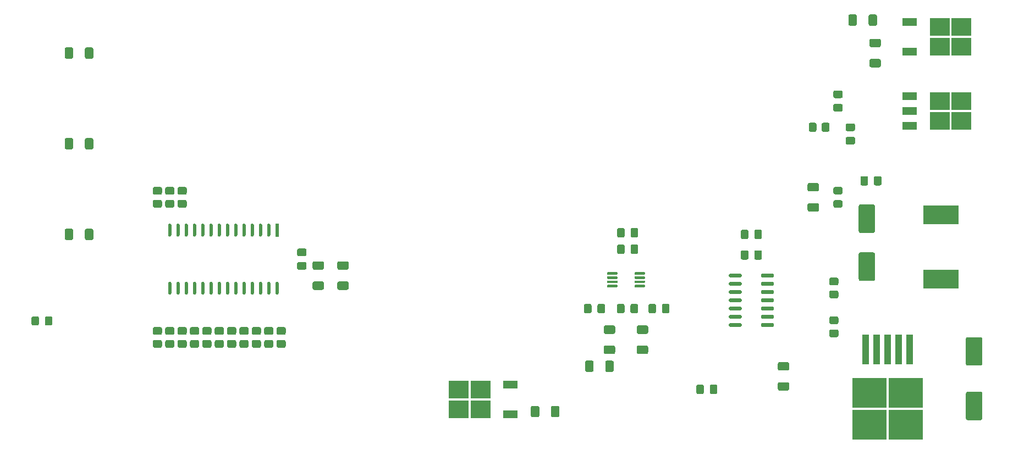
<source format=gbr>
%TF.GenerationSoftware,KiCad,Pcbnew,(5.1.9)-1*%
%TF.CreationDate,2021-09-19T13:18:54-04:00*%
%TF.ProjectId,Control Board,436f6e74-726f-46c2-9042-6f6172642e6b,rev?*%
%TF.SameCoordinates,Original*%
%TF.FileFunction,Paste,Top*%
%TF.FilePolarity,Positive*%
%FSLAX46Y46*%
G04 Gerber Fmt 4.6, Leading zero omitted, Abs format (unit mm)*
G04 Created by KiCad (PCBNEW (5.1.9)-1) date 2021-09-19 13:18:54*
%MOMM*%
%LPD*%
G01*
G04 APERTURE LIST*
%ADD10R,5.250000X4.550000*%
%ADD11R,1.100000X4.600000*%
%ADD12R,5.400000X2.900000*%
%ADD13R,3.050000X2.750000*%
%ADD14R,2.200000X1.200000*%
%ADD15R,0.541585X2.002791*%
G04 APERTURE END LIST*
D10*
%TO.C,U5*%
X201695000Y-105090000D03*
X207245000Y-109940000D03*
X207245000Y-105090000D03*
X201695000Y-109940000D03*
D11*
X201070000Y-98365000D03*
X202770000Y-98365000D03*
X204470000Y-98365000D03*
X206170000Y-98365000D03*
X207870000Y-98365000D03*
%TD*%
%TO.C,R32*%
G36*
G01*
X195764999Y-89300000D02*
X196665001Y-89300000D01*
G75*
G02*
X196915000Y-89549999I0J-249999D01*
G01*
X196915000Y-90250001D01*
G75*
G02*
X196665001Y-90500000I-249999J0D01*
G01*
X195764999Y-90500000D01*
G75*
G02*
X195515000Y-90250001I0J249999D01*
G01*
X195515000Y-89549999D01*
G75*
G02*
X195764999Y-89300000I249999J0D01*
G01*
G37*
G36*
G01*
X195764999Y-87300000D02*
X196665001Y-87300000D01*
G75*
G02*
X196915000Y-87549999I0J-249999D01*
G01*
X196915000Y-88250001D01*
G75*
G02*
X196665001Y-88500000I-249999J0D01*
G01*
X195764999Y-88500000D01*
G75*
G02*
X195515000Y-88250001I0J249999D01*
G01*
X195515000Y-87549999D01*
G75*
G02*
X195764999Y-87300000I249999J0D01*
G01*
G37*
%TD*%
%TO.C,R31*%
G36*
G01*
X195764999Y-95285000D02*
X196665001Y-95285000D01*
G75*
G02*
X196915000Y-95534999I0J-249999D01*
G01*
X196915000Y-96235001D01*
G75*
G02*
X196665001Y-96485000I-249999J0D01*
G01*
X195764999Y-96485000D01*
G75*
G02*
X195515000Y-96235001I0J249999D01*
G01*
X195515000Y-95534999D01*
G75*
G02*
X195764999Y-95285000I249999J0D01*
G01*
G37*
G36*
G01*
X195764999Y-93285000D02*
X196665001Y-93285000D01*
G75*
G02*
X196915000Y-93534999I0J-249999D01*
G01*
X196915000Y-94235001D01*
G75*
G02*
X196665001Y-94485000I-249999J0D01*
G01*
X195764999Y-94485000D01*
G75*
G02*
X195515000Y-94235001I0J249999D01*
G01*
X195515000Y-93534999D01*
G75*
G02*
X195764999Y-93285000I249999J0D01*
G01*
G37*
%TD*%
D12*
%TO.C,L1*%
X212725000Y-77600000D03*
X212725000Y-87500000D03*
%TD*%
%TO.C,C15*%
G36*
G01*
X202380000Y-72865000D02*
X202380000Y-71915000D01*
G75*
G02*
X202630000Y-71665000I250000J0D01*
G01*
X203305000Y-71665000D01*
G75*
G02*
X203555000Y-71915000I0J-250000D01*
G01*
X203555000Y-72865000D01*
G75*
G02*
X203305000Y-73115000I-250000J0D01*
G01*
X202630000Y-73115000D01*
G75*
G02*
X202380000Y-72865000I0J250000D01*
G01*
G37*
G36*
G01*
X200305000Y-72865000D02*
X200305000Y-71915000D01*
G75*
G02*
X200555000Y-71665000I250000J0D01*
G01*
X201230000Y-71665000D01*
G75*
G02*
X201480000Y-71915000I0J-250000D01*
G01*
X201480000Y-72865000D01*
G75*
G02*
X201230000Y-73115000I-250000J0D01*
G01*
X200555000Y-73115000D01*
G75*
G02*
X200305000Y-72865000I0J250000D01*
G01*
G37*
%TD*%
%TO.C,C14*%
G36*
G01*
X200295000Y-83415000D02*
X202295000Y-83415000D01*
G75*
G02*
X202545000Y-83665000I0J-250000D01*
G01*
X202545000Y-87565000D01*
G75*
G02*
X202295000Y-87815000I-250000J0D01*
G01*
X200295000Y-87815000D01*
G75*
G02*
X200045000Y-87565000I0J250000D01*
G01*
X200045000Y-83665000D01*
G75*
G02*
X200295000Y-83415000I250000J0D01*
G01*
G37*
G36*
G01*
X200295000Y-76015000D02*
X202295000Y-76015000D01*
G75*
G02*
X202545000Y-76265000I0J-250000D01*
G01*
X202545000Y-80165000D01*
G75*
G02*
X202295000Y-80415000I-250000J0D01*
G01*
X200295000Y-80415000D01*
G75*
G02*
X200045000Y-80165000I0J250000D01*
G01*
X200045000Y-76265000D01*
G75*
G02*
X200295000Y-76015000I250000J0D01*
G01*
G37*
%TD*%
%TO.C,C13*%
G36*
G01*
X216805000Y-104870000D02*
X218805000Y-104870000D01*
G75*
G02*
X219055000Y-105120000I0J-250000D01*
G01*
X219055000Y-109020000D01*
G75*
G02*
X218805000Y-109270000I-250000J0D01*
G01*
X216805000Y-109270000D01*
G75*
G02*
X216555000Y-109020000I0J250000D01*
G01*
X216555000Y-105120000D01*
G75*
G02*
X216805000Y-104870000I250000J0D01*
G01*
G37*
G36*
G01*
X216805000Y-96470000D02*
X218805000Y-96470000D01*
G75*
G02*
X219055000Y-96720000I0J-250000D01*
G01*
X219055000Y-100620000D01*
G75*
G02*
X218805000Y-100870000I-250000J0D01*
G01*
X216805000Y-100870000D01*
G75*
G02*
X216555000Y-100620000I0J250000D01*
G01*
X216555000Y-96720000D01*
G75*
G02*
X216805000Y-96470000I250000J0D01*
G01*
G37*
%TD*%
%TO.C,R34*%
G36*
G01*
X201940000Y-53605000D02*
X203190000Y-53605000D01*
G75*
G02*
X203440000Y-53855000I0J-250000D01*
G01*
X203440000Y-54655000D01*
G75*
G02*
X203190000Y-54905000I-250000J0D01*
G01*
X201940000Y-54905000D01*
G75*
G02*
X201690000Y-54655000I0J250000D01*
G01*
X201690000Y-53855000D01*
G75*
G02*
X201940000Y-53605000I250000J0D01*
G01*
G37*
G36*
G01*
X201940000Y-50505000D02*
X203190000Y-50505000D01*
G75*
G02*
X203440000Y-50755000I0J-250000D01*
G01*
X203440000Y-51555000D01*
G75*
G02*
X203190000Y-51805000I-250000J0D01*
G01*
X201940000Y-51805000D01*
G75*
G02*
X201690000Y-51555000I0J250000D01*
G01*
X201690000Y-50755000D01*
G75*
G02*
X201940000Y-50505000I250000J0D01*
G01*
G37*
%TD*%
%TO.C,R33*%
G36*
G01*
X152665000Y-108575000D02*
X152665000Y-107325000D01*
G75*
G02*
X152915000Y-107075000I250000J0D01*
G01*
X153715000Y-107075000D01*
G75*
G02*
X153965000Y-107325000I0J-250000D01*
G01*
X153965000Y-108575000D01*
G75*
G02*
X153715000Y-108825000I-250000J0D01*
G01*
X152915000Y-108825000D01*
G75*
G02*
X152665000Y-108575000I0J250000D01*
G01*
G37*
G36*
G01*
X149565000Y-108575000D02*
X149565000Y-107325000D01*
G75*
G02*
X149815000Y-107075000I250000J0D01*
G01*
X150615000Y-107075000D01*
G75*
G02*
X150865000Y-107325000I0J-250000D01*
G01*
X150865000Y-108575000D01*
G75*
G02*
X150615000Y-108825000I-250000J0D01*
G01*
X149815000Y-108825000D01*
G75*
G02*
X149565000Y-108575000I0J250000D01*
G01*
G37*
%TD*%
D13*
%TO.C,Q2*%
X141815000Y-104520000D03*
X138465000Y-107570000D03*
X141815000Y-107570000D03*
X138465000Y-104520000D03*
D14*
X146440000Y-103765000D03*
X146440000Y-108325000D03*
%TD*%
%TO.C,U1*%
G36*
G01*
X185015000Y-87145000D02*
X185015000Y-86845000D01*
G75*
G02*
X185165000Y-86695000I150000J0D01*
G01*
X186815000Y-86695000D01*
G75*
G02*
X186965000Y-86845000I0J-150000D01*
G01*
X186965000Y-87145000D01*
G75*
G02*
X186815000Y-87295000I-150000J0D01*
G01*
X185165000Y-87295000D01*
G75*
G02*
X185015000Y-87145000I0J150000D01*
G01*
G37*
G36*
G01*
X185015000Y-88415000D02*
X185015000Y-88115000D01*
G75*
G02*
X185165000Y-87965000I150000J0D01*
G01*
X186815000Y-87965000D01*
G75*
G02*
X186965000Y-88115000I0J-150000D01*
G01*
X186965000Y-88415000D01*
G75*
G02*
X186815000Y-88565000I-150000J0D01*
G01*
X185165000Y-88565000D01*
G75*
G02*
X185015000Y-88415000I0J150000D01*
G01*
G37*
G36*
G01*
X185015000Y-89685000D02*
X185015000Y-89385000D01*
G75*
G02*
X185165000Y-89235000I150000J0D01*
G01*
X186815000Y-89235000D01*
G75*
G02*
X186965000Y-89385000I0J-150000D01*
G01*
X186965000Y-89685000D01*
G75*
G02*
X186815000Y-89835000I-150000J0D01*
G01*
X185165000Y-89835000D01*
G75*
G02*
X185015000Y-89685000I0J150000D01*
G01*
G37*
G36*
G01*
X185015000Y-90955000D02*
X185015000Y-90655000D01*
G75*
G02*
X185165000Y-90505000I150000J0D01*
G01*
X186815000Y-90505000D01*
G75*
G02*
X186965000Y-90655000I0J-150000D01*
G01*
X186965000Y-90955000D01*
G75*
G02*
X186815000Y-91105000I-150000J0D01*
G01*
X185165000Y-91105000D01*
G75*
G02*
X185015000Y-90955000I0J150000D01*
G01*
G37*
G36*
G01*
X185015000Y-92225000D02*
X185015000Y-91925000D01*
G75*
G02*
X185165000Y-91775000I150000J0D01*
G01*
X186815000Y-91775000D01*
G75*
G02*
X186965000Y-91925000I0J-150000D01*
G01*
X186965000Y-92225000D01*
G75*
G02*
X186815000Y-92375000I-150000J0D01*
G01*
X185165000Y-92375000D01*
G75*
G02*
X185015000Y-92225000I0J150000D01*
G01*
G37*
G36*
G01*
X185015000Y-93495000D02*
X185015000Y-93195000D01*
G75*
G02*
X185165000Y-93045000I150000J0D01*
G01*
X186815000Y-93045000D01*
G75*
G02*
X186965000Y-93195000I0J-150000D01*
G01*
X186965000Y-93495000D01*
G75*
G02*
X186815000Y-93645000I-150000J0D01*
G01*
X185165000Y-93645000D01*
G75*
G02*
X185015000Y-93495000I0J150000D01*
G01*
G37*
G36*
G01*
X185015000Y-94765000D02*
X185015000Y-94465000D01*
G75*
G02*
X185165000Y-94315000I150000J0D01*
G01*
X186815000Y-94315000D01*
G75*
G02*
X186965000Y-94465000I0J-150000D01*
G01*
X186965000Y-94765000D01*
G75*
G02*
X186815000Y-94915000I-150000J0D01*
G01*
X185165000Y-94915000D01*
G75*
G02*
X185015000Y-94765000I0J150000D01*
G01*
G37*
G36*
G01*
X180065000Y-94765000D02*
X180065000Y-94465000D01*
G75*
G02*
X180215000Y-94315000I150000J0D01*
G01*
X181865000Y-94315000D01*
G75*
G02*
X182015000Y-94465000I0J-150000D01*
G01*
X182015000Y-94765000D01*
G75*
G02*
X181865000Y-94915000I-150000J0D01*
G01*
X180215000Y-94915000D01*
G75*
G02*
X180065000Y-94765000I0J150000D01*
G01*
G37*
G36*
G01*
X180065000Y-93495000D02*
X180065000Y-93195000D01*
G75*
G02*
X180215000Y-93045000I150000J0D01*
G01*
X181865000Y-93045000D01*
G75*
G02*
X182015000Y-93195000I0J-150000D01*
G01*
X182015000Y-93495000D01*
G75*
G02*
X181865000Y-93645000I-150000J0D01*
G01*
X180215000Y-93645000D01*
G75*
G02*
X180065000Y-93495000I0J150000D01*
G01*
G37*
G36*
G01*
X180065000Y-92225000D02*
X180065000Y-91925000D01*
G75*
G02*
X180215000Y-91775000I150000J0D01*
G01*
X181865000Y-91775000D01*
G75*
G02*
X182015000Y-91925000I0J-150000D01*
G01*
X182015000Y-92225000D01*
G75*
G02*
X181865000Y-92375000I-150000J0D01*
G01*
X180215000Y-92375000D01*
G75*
G02*
X180065000Y-92225000I0J150000D01*
G01*
G37*
G36*
G01*
X180065000Y-90955000D02*
X180065000Y-90655000D01*
G75*
G02*
X180215000Y-90505000I150000J0D01*
G01*
X181865000Y-90505000D01*
G75*
G02*
X182015000Y-90655000I0J-150000D01*
G01*
X182015000Y-90955000D01*
G75*
G02*
X181865000Y-91105000I-150000J0D01*
G01*
X180215000Y-91105000D01*
G75*
G02*
X180065000Y-90955000I0J150000D01*
G01*
G37*
G36*
G01*
X180065000Y-89685000D02*
X180065000Y-89385000D01*
G75*
G02*
X180215000Y-89235000I150000J0D01*
G01*
X181865000Y-89235000D01*
G75*
G02*
X182015000Y-89385000I0J-150000D01*
G01*
X182015000Y-89685000D01*
G75*
G02*
X181865000Y-89835000I-150000J0D01*
G01*
X180215000Y-89835000D01*
G75*
G02*
X180065000Y-89685000I0J150000D01*
G01*
G37*
G36*
G01*
X180065000Y-88415000D02*
X180065000Y-88115000D01*
G75*
G02*
X180215000Y-87965000I150000J0D01*
G01*
X181865000Y-87965000D01*
G75*
G02*
X182015000Y-88115000I0J-150000D01*
G01*
X182015000Y-88415000D01*
G75*
G02*
X181865000Y-88565000I-150000J0D01*
G01*
X180215000Y-88565000D01*
G75*
G02*
X180065000Y-88415000I0J150000D01*
G01*
G37*
G36*
G01*
X180065000Y-87145000D02*
X180065000Y-86845000D01*
G75*
G02*
X180215000Y-86695000I150000J0D01*
G01*
X181865000Y-86695000D01*
G75*
G02*
X182015000Y-86845000I0J-150000D01*
G01*
X182015000Y-87145000D01*
G75*
G02*
X181865000Y-87295000I-150000J0D01*
G01*
X180215000Y-87295000D01*
G75*
G02*
X180065000Y-87145000I0J150000D01*
G01*
G37*
%TD*%
D13*
%TO.C,Q1*%
X212515000Y-51690000D03*
X215865000Y-48640000D03*
X212515000Y-48640000D03*
X215865000Y-51690000D03*
D14*
X207890000Y-52445000D03*
X207890000Y-47885000D03*
%TD*%
%TO.C,D3*%
G36*
G01*
X74745000Y-94430001D02*
X74745000Y-93529999D01*
G75*
G02*
X74994999Y-93280000I249999J0D01*
G01*
X75645001Y-93280000D01*
G75*
G02*
X75895000Y-93529999I0J-249999D01*
G01*
X75895000Y-94430001D01*
G75*
G02*
X75645001Y-94680000I-249999J0D01*
G01*
X74994999Y-94680000D01*
G75*
G02*
X74745000Y-94430001I0J249999D01*
G01*
G37*
G36*
G01*
X72695000Y-94430001D02*
X72695000Y-93529999D01*
G75*
G02*
X72944999Y-93280000I249999J0D01*
G01*
X73595001Y-93280000D01*
G75*
G02*
X73845000Y-93529999I0J-249999D01*
G01*
X73845000Y-94430001D01*
G75*
G02*
X73595001Y-94680000I-249999J0D01*
G01*
X72944999Y-94680000D01*
G75*
G02*
X72695000Y-94430001I0J249999D01*
G01*
G37*
%TD*%
%TO.C,R22*%
G36*
G01*
X95434999Y-75330000D02*
X96335001Y-75330000D01*
G75*
G02*
X96585000Y-75579999I0J-249999D01*
G01*
X96585000Y-76280001D01*
G75*
G02*
X96335001Y-76530000I-249999J0D01*
G01*
X95434999Y-76530000D01*
G75*
G02*
X95185000Y-76280001I0J249999D01*
G01*
X95185000Y-75579999D01*
G75*
G02*
X95434999Y-75330000I249999J0D01*
G01*
G37*
G36*
G01*
X95434999Y-73330000D02*
X96335001Y-73330000D01*
G75*
G02*
X96585000Y-73579999I0J-249999D01*
G01*
X96585000Y-74280001D01*
G75*
G02*
X96335001Y-74530000I-249999J0D01*
G01*
X95434999Y-74530000D01*
G75*
G02*
X95185000Y-74280001I0J249999D01*
G01*
X95185000Y-73579999D01*
G75*
G02*
X95434999Y-73330000I249999J0D01*
G01*
G37*
%TD*%
%TO.C,R21*%
G36*
G01*
X93529999Y-75330000D02*
X94430001Y-75330000D01*
G75*
G02*
X94680000Y-75579999I0J-249999D01*
G01*
X94680000Y-76280001D01*
G75*
G02*
X94430001Y-76530000I-249999J0D01*
G01*
X93529999Y-76530000D01*
G75*
G02*
X93280000Y-76280001I0J249999D01*
G01*
X93280000Y-75579999D01*
G75*
G02*
X93529999Y-75330000I249999J0D01*
G01*
G37*
G36*
G01*
X93529999Y-73330000D02*
X94430001Y-73330000D01*
G75*
G02*
X94680000Y-73579999I0J-249999D01*
G01*
X94680000Y-74280001D01*
G75*
G02*
X94430001Y-74530000I-249999J0D01*
G01*
X93529999Y-74530000D01*
G75*
G02*
X93280000Y-74280001I0J249999D01*
G01*
X93280000Y-73579999D01*
G75*
G02*
X93529999Y-73330000I249999J0D01*
G01*
G37*
%TD*%
%TO.C,R20*%
G36*
G01*
X91624999Y-75330000D02*
X92525001Y-75330000D01*
G75*
G02*
X92775000Y-75579999I0J-249999D01*
G01*
X92775000Y-76280001D01*
G75*
G02*
X92525001Y-76530000I-249999J0D01*
G01*
X91624999Y-76530000D01*
G75*
G02*
X91375000Y-76280001I0J249999D01*
G01*
X91375000Y-75579999D01*
G75*
G02*
X91624999Y-75330000I249999J0D01*
G01*
G37*
G36*
G01*
X91624999Y-73330000D02*
X92525001Y-73330000D01*
G75*
G02*
X92775000Y-73579999I0J-249999D01*
G01*
X92775000Y-74280001D01*
G75*
G02*
X92525001Y-74530000I-249999J0D01*
G01*
X91624999Y-74530000D01*
G75*
G02*
X91375000Y-74280001I0J249999D01*
G01*
X91375000Y-73579999D01*
G75*
G02*
X91624999Y-73330000I249999J0D01*
G01*
G37*
%TD*%
%TO.C,R19*%
G36*
G01*
X92525001Y-96120000D02*
X91624999Y-96120000D01*
G75*
G02*
X91375000Y-95870001I0J249999D01*
G01*
X91375000Y-95169999D01*
G75*
G02*
X91624999Y-94920000I249999J0D01*
G01*
X92525001Y-94920000D01*
G75*
G02*
X92775000Y-95169999I0J-249999D01*
G01*
X92775000Y-95870001D01*
G75*
G02*
X92525001Y-96120000I-249999J0D01*
G01*
G37*
G36*
G01*
X92525001Y-98120000D02*
X91624999Y-98120000D01*
G75*
G02*
X91375000Y-97870001I0J249999D01*
G01*
X91375000Y-97169999D01*
G75*
G02*
X91624999Y-96920000I249999J0D01*
G01*
X92525001Y-96920000D01*
G75*
G02*
X92775000Y-97169999I0J-249999D01*
G01*
X92775000Y-97870001D01*
G75*
G02*
X92525001Y-98120000I-249999J0D01*
G01*
G37*
%TD*%
%TO.C,R18*%
G36*
G01*
X94430001Y-96120000D02*
X93529999Y-96120000D01*
G75*
G02*
X93280000Y-95870001I0J249999D01*
G01*
X93280000Y-95169999D01*
G75*
G02*
X93529999Y-94920000I249999J0D01*
G01*
X94430001Y-94920000D01*
G75*
G02*
X94680000Y-95169999I0J-249999D01*
G01*
X94680000Y-95870001D01*
G75*
G02*
X94430001Y-96120000I-249999J0D01*
G01*
G37*
G36*
G01*
X94430001Y-98120000D02*
X93529999Y-98120000D01*
G75*
G02*
X93280000Y-97870001I0J249999D01*
G01*
X93280000Y-97169999D01*
G75*
G02*
X93529999Y-96920000I249999J0D01*
G01*
X94430001Y-96920000D01*
G75*
G02*
X94680000Y-97169999I0J-249999D01*
G01*
X94680000Y-97870001D01*
G75*
G02*
X94430001Y-98120000I-249999J0D01*
G01*
G37*
%TD*%
%TO.C,R17*%
G36*
G01*
X96335001Y-96120000D02*
X95434999Y-96120000D01*
G75*
G02*
X95185000Y-95870001I0J249999D01*
G01*
X95185000Y-95169999D01*
G75*
G02*
X95434999Y-94920000I249999J0D01*
G01*
X96335001Y-94920000D01*
G75*
G02*
X96585000Y-95169999I0J-249999D01*
G01*
X96585000Y-95870001D01*
G75*
G02*
X96335001Y-96120000I-249999J0D01*
G01*
G37*
G36*
G01*
X96335001Y-98120000D02*
X95434999Y-98120000D01*
G75*
G02*
X95185000Y-97870001I0J249999D01*
G01*
X95185000Y-97169999D01*
G75*
G02*
X95434999Y-96920000I249999J0D01*
G01*
X96335001Y-96920000D01*
G75*
G02*
X96585000Y-97169999I0J-249999D01*
G01*
X96585000Y-97870001D01*
G75*
G02*
X96335001Y-98120000I-249999J0D01*
G01*
G37*
%TD*%
%TO.C,R16*%
G36*
G01*
X98240001Y-96120000D02*
X97339999Y-96120000D01*
G75*
G02*
X97090000Y-95870001I0J249999D01*
G01*
X97090000Y-95169999D01*
G75*
G02*
X97339999Y-94920000I249999J0D01*
G01*
X98240001Y-94920000D01*
G75*
G02*
X98490000Y-95169999I0J-249999D01*
G01*
X98490000Y-95870001D01*
G75*
G02*
X98240001Y-96120000I-249999J0D01*
G01*
G37*
G36*
G01*
X98240001Y-98120000D02*
X97339999Y-98120000D01*
G75*
G02*
X97090000Y-97870001I0J249999D01*
G01*
X97090000Y-97169999D01*
G75*
G02*
X97339999Y-96920000I249999J0D01*
G01*
X98240001Y-96920000D01*
G75*
G02*
X98490000Y-97169999I0J-249999D01*
G01*
X98490000Y-97870001D01*
G75*
G02*
X98240001Y-98120000I-249999J0D01*
G01*
G37*
%TD*%
%TO.C,R15*%
G36*
G01*
X100145001Y-96120000D02*
X99244999Y-96120000D01*
G75*
G02*
X98995000Y-95870001I0J249999D01*
G01*
X98995000Y-95169999D01*
G75*
G02*
X99244999Y-94920000I249999J0D01*
G01*
X100145001Y-94920000D01*
G75*
G02*
X100395000Y-95169999I0J-249999D01*
G01*
X100395000Y-95870001D01*
G75*
G02*
X100145001Y-96120000I-249999J0D01*
G01*
G37*
G36*
G01*
X100145001Y-98120000D02*
X99244999Y-98120000D01*
G75*
G02*
X98995000Y-97870001I0J249999D01*
G01*
X98995000Y-97169999D01*
G75*
G02*
X99244999Y-96920000I249999J0D01*
G01*
X100145001Y-96920000D01*
G75*
G02*
X100395000Y-97169999I0J-249999D01*
G01*
X100395000Y-97870001D01*
G75*
G02*
X100145001Y-98120000I-249999J0D01*
G01*
G37*
%TD*%
%TO.C,R14*%
G36*
G01*
X102050001Y-96120000D02*
X101149999Y-96120000D01*
G75*
G02*
X100900000Y-95870001I0J249999D01*
G01*
X100900000Y-95169999D01*
G75*
G02*
X101149999Y-94920000I249999J0D01*
G01*
X102050001Y-94920000D01*
G75*
G02*
X102300000Y-95169999I0J-249999D01*
G01*
X102300000Y-95870001D01*
G75*
G02*
X102050001Y-96120000I-249999J0D01*
G01*
G37*
G36*
G01*
X102050001Y-98120000D02*
X101149999Y-98120000D01*
G75*
G02*
X100900000Y-97870001I0J249999D01*
G01*
X100900000Y-97169999D01*
G75*
G02*
X101149999Y-96920000I249999J0D01*
G01*
X102050001Y-96920000D01*
G75*
G02*
X102300000Y-97169999I0J-249999D01*
G01*
X102300000Y-97870001D01*
G75*
G02*
X102050001Y-98120000I-249999J0D01*
G01*
G37*
%TD*%
%TO.C,R13*%
G36*
G01*
X103955001Y-96120000D02*
X103054999Y-96120000D01*
G75*
G02*
X102805000Y-95870001I0J249999D01*
G01*
X102805000Y-95169999D01*
G75*
G02*
X103054999Y-94920000I249999J0D01*
G01*
X103955001Y-94920000D01*
G75*
G02*
X104205000Y-95169999I0J-249999D01*
G01*
X104205000Y-95870001D01*
G75*
G02*
X103955001Y-96120000I-249999J0D01*
G01*
G37*
G36*
G01*
X103955001Y-98120000D02*
X103054999Y-98120000D01*
G75*
G02*
X102805000Y-97870001I0J249999D01*
G01*
X102805000Y-97169999D01*
G75*
G02*
X103054999Y-96920000I249999J0D01*
G01*
X103955001Y-96920000D01*
G75*
G02*
X104205000Y-97169999I0J-249999D01*
G01*
X104205000Y-97870001D01*
G75*
G02*
X103955001Y-98120000I-249999J0D01*
G01*
G37*
%TD*%
%TO.C,R12*%
G36*
G01*
X105860001Y-96120000D02*
X104959999Y-96120000D01*
G75*
G02*
X104710000Y-95870001I0J249999D01*
G01*
X104710000Y-95169999D01*
G75*
G02*
X104959999Y-94920000I249999J0D01*
G01*
X105860001Y-94920000D01*
G75*
G02*
X106110000Y-95169999I0J-249999D01*
G01*
X106110000Y-95870001D01*
G75*
G02*
X105860001Y-96120000I-249999J0D01*
G01*
G37*
G36*
G01*
X105860001Y-98120000D02*
X104959999Y-98120000D01*
G75*
G02*
X104710000Y-97870001I0J249999D01*
G01*
X104710000Y-97169999D01*
G75*
G02*
X104959999Y-96920000I249999J0D01*
G01*
X105860001Y-96920000D01*
G75*
G02*
X106110000Y-97169999I0J-249999D01*
G01*
X106110000Y-97870001D01*
G75*
G02*
X105860001Y-98120000I-249999J0D01*
G01*
G37*
%TD*%
%TO.C,R11*%
G36*
G01*
X107765001Y-96120000D02*
X106864999Y-96120000D01*
G75*
G02*
X106615000Y-95870001I0J249999D01*
G01*
X106615000Y-95169999D01*
G75*
G02*
X106864999Y-94920000I249999J0D01*
G01*
X107765001Y-94920000D01*
G75*
G02*
X108015000Y-95169999I0J-249999D01*
G01*
X108015000Y-95870001D01*
G75*
G02*
X107765001Y-96120000I-249999J0D01*
G01*
G37*
G36*
G01*
X107765001Y-98120000D02*
X106864999Y-98120000D01*
G75*
G02*
X106615000Y-97870001I0J249999D01*
G01*
X106615000Y-97169999D01*
G75*
G02*
X106864999Y-96920000I249999J0D01*
G01*
X107765001Y-96920000D01*
G75*
G02*
X108015000Y-97169999I0J-249999D01*
G01*
X108015000Y-97870001D01*
G75*
G02*
X107765001Y-98120000I-249999J0D01*
G01*
G37*
%TD*%
%TO.C,R10*%
G36*
G01*
X109670001Y-96120000D02*
X108769999Y-96120000D01*
G75*
G02*
X108520000Y-95870001I0J249999D01*
G01*
X108520000Y-95169999D01*
G75*
G02*
X108769999Y-94920000I249999J0D01*
G01*
X109670001Y-94920000D01*
G75*
G02*
X109920000Y-95169999I0J-249999D01*
G01*
X109920000Y-95870001D01*
G75*
G02*
X109670001Y-96120000I-249999J0D01*
G01*
G37*
G36*
G01*
X109670001Y-98120000D02*
X108769999Y-98120000D01*
G75*
G02*
X108520000Y-97870001I0J249999D01*
G01*
X108520000Y-97169999D01*
G75*
G02*
X108769999Y-96920000I249999J0D01*
G01*
X109670001Y-96920000D01*
G75*
G02*
X109920000Y-97169999I0J-249999D01*
G01*
X109920000Y-97870001D01*
G75*
G02*
X109670001Y-98120000I-249999J0D01*
G01*
G37*
%TD*%
%TO.C,R9*%
G36*
G01*
X111575001Y-96120000D02*
X110674999Y-96120000D01*
G75*
G02*
X110425000Y-95870001I0J249999D01*
G01*
X110425000Y-95169999D01*
G75*
G02*
X110674999Y-94920000I249999J0D01*
G01*
X111575001Y-94920000D01*
G75*
G02*
X111825000Y-95169999I0J-249999D01*
G01*
X111825000Y-95870001D01*
G75*
G02*
X111575001Y-96120000I-249999J0D01*
G01*
G37*
G36*
G01*
X111575001Y-98120000D02*
X110674999Y-98120000D01*
G75*
G02*
X110425000Y-97870001I0J249999D01*
G01*
X110425000Y-97169999D01*
G75*
G02*
X110674999Y-96920000I249999J0D01*
G01*
X111575001Y-96920000D01*
G75*
G02*
X111825000Y-97169999I0J-249999D01*
G01*
X111825000Y-97870001D01*
G75*
G02*
X111575001Y-98120000I-249999J0D01*
G01*
G37*
%TD*%
%TO.C,U4*%
G36*
G01*
X110489999Y-87924098D02*
X110490001Y-87924098D01*
G75*
G02*
X110760792Y-88194889I0J-270791D01*
G01*
X110760792Y-89656097D01*
G75*
G02*
X110490001Y-89926888I-270791J0D01*
G01*
X110489999Y-89926888D01*
G75*
G02*
X110219208Y-89656097I0J270791D01*
G01*
X110219208Y-88194889D01*
G75*
G02*
X110489999Y-87924098I270791J0D01*
G01*
G37*
G36*
G01*
X109219999Y-87924098D02*
X109220001Y-87924098D01*
G75*
G02*
X109490792Y-88194889I0J-270791D01*
G01*
X109490792Y-89656097D01*
G75*
G02*
X109220001Y-89926888I-270791J0D01*
G01*
X109219999Y-89926888D01*
G75*
G02*
X108949208Y-89656097I0J270791D01*
G01*
X108949208Y-88194889D01*
G75*
G02*
X109219999Y-87924098I270791J0D01*
G01*
G37*
G36*
G01*
X107949999Y-87924098D02*
X107950001Y-87924098D01*
G75*
G02*
X108220792Y-88194889I0J-270791D01*
G01*
X108220792Y-89656097D01*
G75*
G02*
X107950001Y-89926888I-270791J0D01*
G01*
X107949999Y-89926888D01*
G75*
G02*
X107679208Y-89656097I0J270791D01*
G01*
X107679208Y-88194889D01*
G75*
G02*
X107949999Y-87924098I270791J0D01*
G01*
G37*
G36*
G01*
X106679999Y-87924098D02*
X106680001Y-87924098D01*
G75*
G02*
X106950792Y-88194889I0J-270791D01*
G01*
X106950792Y-89656097D01*
G75*
G02*
X106680001Y-89926888I-270791J0D01*
G01*
X106679999Y-89926888D01*
G75*
G02*
X106409208Y-89656097I0J270791D01*
G01*
X106409208Y-88194889D01*
G75*
G02*
X106679999Y-87924098I270791J0D01*
G01*
G37*
G36*
G01*
X105409999Y-87924098D02*
X105410001Y-87924098D01*
G75*
G02*
X105680792Y-88194889I0J-270791D01*
G01*
X105680792Y-89656097D01*
G75*
G02*
X105410001Y-89926888I-270791J0D01*
G01*
X105409999Y-89926888D01*
G75*
G02*
X105139208Y-89656097I0J270791D01*
G01*
X105139208Y-88194889D01*
G75*
G02*
X105409999Y-87924098I270791J0D01*
G01*
G37*
G36*
G01*
X104139999Y-87924098D02*
X104140001Y-87924098D01*
G75*
G02*
X104410792Y-88194889I0J-270791D01*
G01*
X104410792Y-89656097D01*
G75*
G02*
X104140001Y-89926888I-270791J0D01*
G01*
X104139999Y-89926888D01*
G75*
G02*
X103869208Y-89656097I0J270791D01*
G01*
X103869208Y-88194889D01*
G75*
G02*
X104139999Y-87924098I270791J0D01*
G01*
G37*
G36*
G01*
X102869999Y-87924098D02*
X102870001Y-87924098D01*
G75*
G02*
X103140792Y-88194889I0J-270791D01*
G01*
X103140792Y-89656097D01*
G75*
G02*
X102870001Y-89926888I-270791J0D01*
G01*
X102869999Y-89926888D01*
G75*
G02*
X102599208Y-89656097I0J270791D01*
G01*
X102599208Y-88194889D01*
G75*
G02*
X102869999Y-87924098I270791J0D01*
G01*
G37*
G36*
G01*
X101599998Y-87924098D02*
X101600000Y-87924098D01*
G75*
G02*
X101870791Y-88194889I0J-270791D01*
G01*
X101870791Y-89656097D01*
G75*
G02*
X101600000Y-89926888I-270791J0D01*
G01*
X101599998Y-89926888D01*
G75*
G02*
X101329207Y-89656097I0J270791D01*
G01*
X101329207Y-88194889D01*
G75*
G02*
X101599998Y-87924098I270791J0D01*
G01*
G37*
G36*
G01*
X100329998Y-87924098D02*
X100330000Y-87924098D01*
G75*
G02*
X100600791Y-88194889I0J-270791D01*
G01*
X100600791Y-89656097D01*
G75*
G02*
X100330000Y-89926888I-270791J0D01*
G01*
X100329998Y-89926888D01*
G75*
G02*
X100059207Y-89656097I0J270791D01*
G01*
X100059207Y-88194889D01*
G75*
G02*
X100329998Y-87924098I270791J0D01*
G01*
G37*
G36*
G01*
X99059998Y-87924098D02*
X99060000Y-87924098D01*
G75*
G02*
X99330791Y-88194889I0J-270791D01*
G01*
X99330791Y-89656097D01*
G75*
G02*
X99060000Y-89926888I-270791J0D01*
G01*
X99059998Y-89926888D01*
G75*
G02*
X98789207Y-89656097I0J270791D01*
G01*
X98789207Y-88194889D01*
G75*
G02*
X99059998Y-87924098I270791J0D01*
G01*
G37*
G36*
G01*
X97789998Y-87924098D02*
X97790000Y-87924098D01*
G75*
G02*
X98060791Y-88194889I0J-270791D01*
G01*
X98060791Y-89656097D01*
G75*
G02*
X97790000Y-89926888I-270791J0D01*
G01*
X97789998Y-89926888D01*
G75*
G02*
X97519207Y-89656097I0J270791D01*
G01*
X97519207Y-88194889D01*
G75*
G02*
X97789998Y-87924098I270791J0D01*
G01*
G37*
G36*
G01*
X96519998Y-87924098D02*
X96520000Y-87924098D01*
G75*
G02*
X96790791Y-88194889I0J-270791D01*
G01*
X96790791Y-89656097D01*
G75*
G02*
X96520000Y-89926888I-270791J0D01*
G01*
X96519998Y-89926888D01*
G75*
G02*
X96249207Y-89656097I0J270791D01*
G01*
X96249207Y-88194889D01*
G75*
G02*
X96519998Y-87924098I270791J0D01*
G01*
G37*
G36*
G01*
X95249998Y-87924098D02*
X95250000Y-87924098D01*
G75*
G02*
X95520791Y-88194889I0J-270791D01*
G01*
X95520791Y-89656097D01*
G75*
G02*
X95250000Y-89926888I-270791J0D01*
G01*
X95249998Y-89926888D01*
G75*
G02*
X94979207Y-89656097I0J270791D01*
G01*
X94979207Y-88194889D01*
G75*
G02*
X95249998Y-87924098I270791J0D01*
G01*
G37*
G36*
G01*
X93979999Y-87924098D02*
X93980001Y-87924098D01*
G75*
G02*
X94250792Y-88194889I0J-270791D01*
G01*
X94250792Y-89656097D01*
G75*
G02*
X93980001Y-89926888I-270791J0D01*
G01*
X93979999Y-89926888D01*
G75*
G02*
X93709208Y-89656097I0J270791D01*
G01*
X93709208Y-88194889D01*
G75*
G02*
X93979999Y-87924098I270791J0D01*
G01*
G37*
G36*
G01*
X93979999Y-78983113D02*
X93980001Y-78983113D01*
G75*
G02*
X94250792Y-79253904I0J-270791D01*
G01*
X94250792Y-80715112D01*
G75*
G02*
X93980001Y-80985903I-270791J0D01*
G01*
X93979999Y-80985903D01*
G75*
G02*
X93709208Y-80715112I0J270791D01*
G01*
X93709208Y-79253904D01*
G75*
G02*
X93979999Y-78983113I270791J0D01*
G01*
G37*
G36*
G01*
X95249998Y-78983113D02*
X95250000Y-78983113D01*
G75*
G02*
X95520791Y-79253904I0J-270791D01*
G01*
X95520791Y-80715112D01*
G75*
G02*
X95250000Y-80985903I-270791J0D01*
G01*
X95249998Y-80985903D01*
G75*
G02*
X94979207Y-80715112I0J270791D01*
G01*
X94979207Y-79253904D01*
G75*
G02*
X95249998Y-78983113I270791J0D01*
G01*
G37*
G36*
G01*
X96519998Y-78983113D02*
X96520000Y-78983113D01*
G75*
G02*
X96790791Y-79253904I0J-270791D01*
G01*
X96790791Y-80715112D01*
G75*
G02*
X96520000Y-80985903I-270791J0D01*
G01*
X96519998Y-80985903D01*
G75*
G02*
X96249207Y-80715112I0J270791D01*
G01*
X96249207Y-79253904D01*
G75*
G02*
X96519998Y-78983113I270791J0D01*
G01*
G37*
G36*
G01*
X97789998Y-78983113D02*
X97790000Y-78983113D01*
G75*
G02*
X98060791Y-79253904I0J-270791D01*
G01*
X98060791Y-80715112D01*
G75*
G02*
X97790000Y-80985903I-270791J0D01*
G01*
X97789998Y-80985903D01*
G75*
G02*
X97519207Y-80715112I0J270791D01*
G01*
X97519207Y-79253904D01*
G75*
G02*
X97789998Y-78983113I270791J0D01*
G01*
G37*
G36*
G01*
X99059998Y-78983113D02*
X99060000Y-78983113D01*
G75*
G02*
X99330791Y-79253904I0J-270791D01*
G01*
X99330791Y-80715112D01*
G75*
G02*
X99060000Y-80985903I-270791J0D01*
G01*
X99059998Y-80985903D01*
G75*
G02*
X98789207Y-80715112I0J270791D01*
G01*
X98789207Y-79253904D01*
G75*
G02*
X99059998Y-78983113I270791J0D01*
G01*
G37*
G36*
G01*
X100329998Y-78983113D02*
X100330000Y-78983113D01*
G75*
G02*
X100600791Y-79253904I0J-270791D01*
G01*
X100600791Y-80715112D01*
G75*
G02*
X100330000Y-80985903I-270791J0D01*
G01*
X100329998Y-80985903D01*
G75*
G02*
X100059207Y-80715112I0J270791D01*
G01*
X100059207Y-79253904D01*
G75*
G02*
X100329998Y-78983113I270791J0D01*
G01*
G37*
G36*
G01*
X101599998Y-78983113D02*
X101600000Y-78983113D01*
G75*
G02*
X101870791Y-79253904I0J-270791D01*
G01*
X101870791Y-80715112D01*
G75*
G02*
X101600000Y-80985903I-270791J0D01*
G01*
X101599998Y-80985903D01*
G75*
G02*
X101329207Y-80715112I0J270791D01*
G01*
X101329207Y-79253904D01*
G75*
G02*
X101599998Y-78983113I270791J0D01*
G01*
G37*
G36*
G01*
X102869999Y-78983113D02*
X102870001Y-78983113D01*
G75*
G02*
X103140792Y-79253904I0J-270791D01*
G01*
X103140792Y-80715112D01*
G75*
G02*
X102870001Y-80985903I-270791J0D01*
G01*
X102869999Y-80985903D01*
G75*
G02*
X102599208Y-80715112I0J270791D01*
G01*
X102599208Y-79253904D01*
G75*
G02*
X102869999Y-78983113I270791J0D01*
G01*
G37*
G36*
G01*
X104139999Y-78983113D02*
X104140001Y-78983113D01*
G75*
G02*
X104410792Y-79253904I0J-270791D01*
G01*
X104410792Y-80715112D01*
G75*
G02*
X104140001Y-80985903I-270791J0D01*
G01*
X104139999Y-80985903D01*
G75*
G02*
X103869208Y-80715112I0J270791D01*
G01*
X103869208Y-79253904D01*
G75*
G02*
X104139999Y-78983113I270791J0D01*
G01*
G37*
G36*
G01*
X105409999Y-78983113D02*
X105410001Y-78983113D01*
G75*
G02*
X105680792Y-79253904I0J-270791D01*
G01*
X105680792Y-80715112D01*
G75*
G02*
X105410001Y-80985903I-270791J0D01*
G01*
X105409999Y-80985903D01*
G75*
G02*
X105139208Y-80715112I0J270791D01*
G01*
X105139208Y-79253904D01*
G75*
G02*
X105409999Y-78983113I270791J0D01*
G01*
G37*
G36*
G01*
X106679999Y-78983113D02*
X106680001Y-78983113D01*
G75*
G02*
X106950792Y-79253904I0J-270791D01*
G01*
X106950792Y-80715112D01*
G75*
G02*
X106680001Y-80985903I-270791J0D01*
G01*
X106679999Y-80985903D01*
G75*
G02*
X106409208Y-80715112I0J270791D01*
G01*
X106409208Y-79253904D01*
G75*
G02*
X106679999Y-78983113I270791J0D01*
G01*
G37*
G36*
G01*
X107949999Y-78983113D02*
X107950001Y-78983113D01*
G75*
G02*
X108220792Y-79253904I0J-270791D01*
G01*
X108220792Y-80715112D01*
G75*
G02*
X107950001Y-80985903I-270791J0D01*
G01*
X107949999Y-80985903D01*
G75*
G02*
X107679208Y-80715112I0J270791D01*
G01*
X107679208Y-79253904D01*
G75*
G02*
X107949999Y-78983113I270791J0D01*
G01*
G37*
G36*
G01*
X109219999Y-78983113D02*
X109220001Y-78983113D01*
G75*
G02*
X109490792Y-79253904I0J-270791D01*
G01*
X109490792Y-80715112D01*
G75*
G02*
X109220001Y-80985903I-270791J0D01*
G01*
X109219999Y-80985903D01*
G75*
G02*
X108949208Y-80715112I0J270791D01*
G01*
X108949208Y-79253904D01*
G75*
G02*
X109219999Y-78983113I270791J0D01*
G01*
G37*
D15*
X110490000Y-79984508D03*
%TD*%
%TO.C,U3*%
G36*
G01*
X162911000Y-88505000D02*
X162911000Y-88705000D01*
G75*
G02*
X162811000Y-88805000I-100000J0D01*
G01*
X161386000Y-88805000D01*
G75*
G02*
X161286000Y-88705000I0J100000D01*
G01*
X161286000Y-88505000D01*
G75*
G02*
X161386000Y-88405000I100000J0D01*
G01*
X162811000Y-88405000D01*
G75*
G02*
X162911000Y-88505000I0J-100000D01*
G01*
G37*
G36*
G01*
X162911000Y-87855000D02*
X162911000Y-88055000D01*
G75*
G02*
X162811000Y-88155000I-100000J0D01*
G01*
X161386000Y-88155000D01*
G75*
G02*
X161286000Y-88055000I0J100000D01*
G01*
X161286000Y-87855000D01*
G75*
G02*
X161386000Y-87755000I100000J0D01*
G01*
X162811000Y-87755000D01*
G75*
G02*
X162911000Y-87855000I0J-100000D01*
G01*
G37*
G36*
G01*
X162911000Y-87205000D02*
X162911000Y-87405000D01*
G75*
G02*
X162811000Y-87505000I-100000J0D01*
G01*
X161386000Y-87505000D01*
G75*
G02*
X161286000Y-87405000I0J100000D01*
G01*
X161286000Y-87205000D01*
G75*
G02*
X161386000Y-87105000I100000J0D01*
G01*
X162811000Y-87105000D01*
G75*
G02*
X162911000Y-87205000I0J-100000D01*
G01*
G37*
G36*
G01*
X162911000Y-86555000D02*
X162911000Y-86755000D01*
G75*
G02*
X162811000Y-86855000I-100000J0D01*
G01*
X161386000Y-86855000D01*
G75*
G02*
X161286000Y-86755000I0J100000D01*
G01*
X161286000Y-86555000D01*
G75*
G02*
X161386000Y-86455000I100000J0D01*
G01*
X162811000Y-86455000D01*
G75*
G02*
X162911000Y-86555000I0J-100000D01*
G01*
G37*
G36*
G01*
X167136000Y-86555000D02*
X167136000Y-86755000D01*
G75*
G02*
X167036000Y-86855000I-100000J0D01*
G01*
X165611000Y-86855000D01*
G75*
G02*
X165511000Y-86755000I0J100000D01*
G01*
X165511000Y-86555000D01*
G75*
G02*
X165611000Y-86455000I100000J0D01*
G01*
X167036000Y-86455000D01*
G75*
G02*
X167136000Y-86555000I0J-100000D01*
G01*
G37*
G36*
G01*
X167136000Y-87205000D02*
X167136000Y-87405000D01*
G75*
G02*
X167036000Y-87505000I-100000J0D01*
G01*
X165611000Y-87505000D01*
G75*
G02*
X165511000Y-87405000I0J100000D01*
G01*
X165511000Y-87205000D01*
G75*
G02*
X165611000Y-87105000I100000J0D01*
G01*
X167036000Y-87105000D01*
G75*
G02*
X167136000Y-87205000I0J-100000D01*
G01*
G37*
G36*
G01*
X167136000Y-87855000D02*
X167136000Y-88055000D01*
G75*
G02*
X167036000Y-88155000I-100000J0D01*
G01*
X165611000Y-88155000D01*
G75*
G02*
X165511000Y-88055000I0J100000D01*
G01*
X165511000Y-87855000D01*
G75*
G02*
X165611000Y-87755000I100000J0D01*
G01*
X167036000Y-87755000D01*
G75*
G02*
X167136000Y-87855000I0J-100000D01*
G01*
G37*
G36*
G01*
X167136000Y-88505000D02*
X167136000Y-88705000D01*
G75*
G02*
X167036000Y-88805000I-100000J0D01*
G01*
X165611000Y-88805000D01*
G75*
G02*
X165511000Y-88705000I0J100000D01*
G01*
X165511000Y-88505000D01*
G75*
G02*
X165611000Y-88405000I100000J0D01*
G01*
X167036000Y-88405000D01*
G75*
G02*
X167136000Y-88505000I0J-100000D01*
G01*
G37*
%TD*%
D13*
%TO.C,U2*%
X212515000Y-63120000D03*
X215865000Y-60070000D03*
X212515000Y-60070000D03*
X215865000Y-63120000D03*
D14*
X207890000Y-63875000D03*
X207890000Y-61595000D03*
X207890000Y-59315000D03*
%TD*%
%TO.C,R30*%
G36*
G01*
X80910000Y-81270001D02*
X80910000Y-80019999D01*
G75*
G02*
X81159999Y-79770000I249999J0D01*
G01*
X81960001Y-79770000D01*
G75*
G02*
X82210000Y-80019999I0J-249999D01*
G01*
X82210000Y-81270001D01*
G75*
G02*
X81960001Y-81520000I-249999J0D01*
G01*
X81159999Y-81520000D01*
G75*
G02*
X80910000Y-81270001I0J249999D01*
G01*
G37*
G36*
G01*
X77810000Y-81270001D02*
X77810000Y-80019999D01*
G75*
G02*
X78059999Y-79770000I249999J0D01*
G01*
X78860001Y-79770000D01*
G75*
G02*
X79110000Y-80019999I0J-249999D01*
G01*
X79110000Y-81270001D01*
G75*
G02*
X78860001Y-81520000I-249999J0D01*
G01*
X78059999Y-81520000D01*
G75*
G02*
X77810000Y-81270001I0J249999D01*
G01*
G37*
%TD*%
%TO.C,R29*%
G36*
G01*
X80910000Y-67300001D02*
X80910000Y-66049999D01*
G75*
G02*
X81159999Y-65800000I249999J0D01*
G01*
X81960001Y-65800000D01*
G75*
G02*
X82210000Y-66049999I0J-249999D01*
G01*
X82210000Y-67300001D01*
G75*
G02*
X81960001Y-67550000I-249999J0D01*
G01*
X81159999Y-67550000D01*
G75*
G02*
X80910000Y-67300001I0J249999D01*
G01*
G37*
G36*
G01*
X77810000Y-67300001D02*
X77810000Y-66049999D01*
G75*
G02*
X78059999Y-65800000I249999J0D01*
G01*
X78860001Y-65800000D01*
G75*
G02*
X79110000Y-66049999I0J-249999D01*
G01*
X79110000Y-67300001D01*
G75*
G02*
X78860001Y-67550000I-249999J0D01*
G01*
X78059999Y-67550000D01*
G75*
G02*
X77810000Y-67300001I0J249999D01*
G01*
G37*
%TD*%
%TO.C,R28*%
G36*
G01*
X80910000Y-53330001D02*
X80910000Y-52079999D01*
G75*
G02*
X81159999Y-51830000I249999J0D01*
G01*
X81960001Y-51830000D01*
G75*
G02*
X82210000Y-52079999I0J-249999D01*
G01*
X82210000Y-53330001D01*
G75*
G02*
X81960001Y-53580000I-249999J0D01*
G01*
X81159999Y-53580000D01*
G75*
G02*
X80910000Y-53330001I0J249999D01*
G01*
G37*
G36*
G01*
X77810000Y-53330001D02*
X77810000Y-52079999D01*
G75*
G02*
X78059999Y-51830000I249999J0D01*
G01*
X78860001Y-51830000D01*
G75*
G02*
X79110000Y-52079999I0J-249999D01*
G01*
X79110000Y-53330001D01*
G75*
G02*
X78860001Y-53580000I-249999J0D01*
G01*
X78059999Y-53580000D01*
G75*
G02*
X77810000Y-53330001I0J249999D01*
G01*
G37*
%TD*%
%TO.C,R8*%
G36*
G01*
X120024999Y-87895000D02*
X121275001Y-87895000D01*
G75*
G02*
X121525000Y-88144999I0J-249999D01*
G01*
X121525000Y-88945001D01*
G75*
G02*
X121275001Y-89195000I-249999J0D01*
G01*
X120024999Y-89195000D01*
G75*
G02*
X119775000Y-88945001I0J249999D01*
G01*
X119775000Y-88144999D01*
G75*
G02*
X120024999Y-87895000I249999J0D01*
G01*
G37*
G36*
G01*
X120024999Y-84795000D02*
X121275001Y-84795000D01*
G75*
G02*
X121525000Y-85044999I0J-249999D01*
G01*
X121525000Y-85845001D01*
G75*
G02*
X121275001Y-86095000I-249999J0D01*
G01*
X120024999Y-86095000D01*
G75*
G02*
X119775000Y-85845001I0J249999D01*
G01*
X119775000Y-85044999D01*
G75*
G02*
X120024999Y-84795000I249999J0D01*
G01*
G37*
%TD*%
%TO.C,R7*%
G36*
G01*
X116214999Y-87895000D02*
X117465001Y-87895000D01*
G75*
G02*
X117715000Y-88144999I0J-249999D01*
G01*
X117715000Y-88945001D01*
G75*
G02*
X117465001Y-89195000I-249999J0D01*
G01*
X116214999Y-89195000D01*
G75*
G02*
X115965000Y-88945001I0J249999D01*
G01*
X115965000Y-88144999D01*
G75*
G02*
X116214999Y-87895000I249999J0D01*
G01*
G37*
G36*
G01*
X116214999Y-84795000D02*
X117465001Y-84795000D01*
G75*
G02*
X117715000Y-85044999I0J-249999D01*
G01*
X117715000Y-85845001D01*
G75*
G02*
X117465001Y-86095000I-249999J0D01*
G01*
X116214999Y-86095000D01*
G75*
G02*
X115965000Y-85845001I0J249999D01*
G01*
X115965000Y-85044999D01*
G75*
G02*
X116214999Y-84795000I249999J0D01*
G01*
G37*
%TD*%
%TO.C,R6*%
G36*
G01*
X193665001Y-74030000D02*
X192414999Y-74030000D01*
G75*
G02*
X192165000Y-73780001I0J249999D01*
G01*
X192165000Y-72979999D01*
G75*
G02*
X192414999Y-72730000I249999J0D01*
G01*
X193665001Y-72730000D01*
G75*
G02*
X193915000Y-72979999I0J-249999D01*
G01*
X193915000Y-73780001D01*
G75*
G02*
X193665001Y-74030000I-249999J0D01*
G01*
G37*
G36*
G01*
X193665001Y-77130000D02*
X192414999Y-77130000D01*
G75*
G02*
X192165000Y-76880001I0J249999D01*
G01*
X192165000Y-76079999D01*
G75*
G02*
X192414999Y-75830000I249999J0D01*
G01*
X193665001Y-75830000D01*
G75*
G02*
X193915000Y-76079999I0J-249999D01*
G01*
X193915000Y-76880001D01*
G75*
G02*
X193665001Y-77130000I-249999J0D01*
G01*
G37*
%TD*%
%TO.C,R5*%
G36*
G01*
X187842999Y-103415000D02*
X189093001Y-103415000D01*
G75*
G02*
X189343000Y-103664999I0J-249999D01*
G01*
X189343000Y-104465001D01*
G75*
G02*
X189093001Y-104715000I-249999J0D01*
G01*
X187842999Y-104715000D01*
G75*
G02*
X187593000Y-104465001I0J249999D01*
G01*
X187593000Y-103664999D01*
G75*
G02*
X187842999Y-103415000I249999J0D01*
G01*
G37*
G36*
G01*
X187842999Y-100315000D02*
X189093001Y-100315000D01*
G75*
G02*
X189343000Y-100564999I0J-249999D01*
G01*
X189343000Y-101365001D01*
G75*
G02*
X189093001Y-101615000I-249999J0D01*
G01*
X187842999Y-101615000D01*
G75*
G02*
X187593000Y-101365001I0J249999D01*
G01*
X187593000Y-100564999D01*
G75*
G02*
X187842999Y-100315000I249999J0D01*
G01*
G37*
%TD*%
%TO.C,R4*%
G36*
G01*
X161045999Y-97775000D02*
X162296001Y-97775000D01*
G75*
G02*
X162546000Y-98024999I0J-249999D01*
G01*
X162546000Y-98825001D01*
G75*
G02*
X162296001Y-99075000I-249999J0D01*
G01*
X161045999Y-99075000D01*
G75*
G02*
X160796000Y-98825001I0J249999D01*
G01*
X160796000Y-98024999D01*
G75*
G02*
X161045999Y-97775000I249999J0D01*
G01*
G37*
G36*
G01*
X161045999Y-94675000D02*
X162296001Y-94675000D01*
G75*
G02*
X162546000Y-94924999I0J-249999D01*
G01*
X162546000Y-95725001D01*
G75*
G02*
X162296001Y-95975000I-249999J0D01*
G01*
X161045999Y-95975000D01*
G75*
G02*
X160796000Y-95725001I0J249999D01*
G01*
X160796000Y-94924999D01*
G75*
G02*
X161045999Y-94675000I249999J0D01*
G01*
G37*
%TD*%
%TO.C,R3*%
G36*
G01*
X166125999Y-97775000D02*
X167376001Y-97775000D01*
G75*
G02*
X167626000Y-98024999I0J-249999D01*
G01*
X167626000Y-98825001D01*
G75*
G02*
X167376001Y-99075000I-249999J0D01*
G01*
X166125999Y-99075000D01*
G75*
G02*
X165876000Y-98825001I0J249999D01*
G01*
X165876000Y-98024999D01*
G75*
G02*
X166125999Y-97775000I249999J0D01*
G01*
G37*
G36*
G01*
X166125999Y-94675000D02*
X167376001Y-94675000D01*
G75*
G02*
X167626000Y-94924999I0J-249999D01*
G01*
X167626000Y-95725001D01*
G75*
G02*
X167376001Y-95975000I-249999J0D01*
G01*
X166125999Y-95975000D01*
G75*
G02*
X165876000Y-95725001I0J249999D01*
G01*
X165876000Y-94924999D01*
G75*
G02*
X166125999Y-94675000I249999J0D01*
G01*
G37*
%TD*%
%TO.C,R2*%
G36*
G01*
X159221000Y-100339999D02*
X159221000Y-101590001D01*
G75*
G02*
X158971001Y-101840000I-249999J0D01*
G01*
X158170999Y-101840000D01*
G75*
G02*
X157921000Y-101590001I0J249999D01*
G01*
X157921000Y-100339999D01*
G75*
G02*
X158170999Y-100090000I249999J0D01*
G01*
X158971001Y-100090000D01*
G75*
G02*
X159221000Y-100339999I0J-249999D01*
G01*
G37*
G36*
G01*
X162321000Y-100339999D02*
X162321000Y-101590001D01*
G75*
G02*
X162071001Y-101840000I-249999J0D01*
G01*
X161270999Y-101840000D01*
G75*
G02*
X161021000Y-101590001I0J249999D01*
G01*
X161021000Y-100339999D01*
G75*
G02*
X161270999Y-100090000I249999J0D01*
G01*
X162071001Y-100090000D01*
G75*
G02*
X162321000Y-100339999I0J-249999D01*
G01*
G37*
%TD*%
%TO.C,R1*%
G36*
G01*
X199760000Y-46999999D02*
X199760000Y-48250001D01*
G75*
G02*
X199510001Y-48500000I-249999J0D01*
G01*
X198709999Y-48500000D01*
G75*
G02*
X198460000Y-48250001I0J249999D01*
G01*
X198460000Y-46999999D01*
G75*
G02*
X198709999Y-46750000I249999J0D01*
G01*
X199510001Y-46750000D01*
G75*
G02*
X199760000Y-46999999I0J-249999D01*
G01*
G37*
G36*
G01*
X202860000Y-46999999D02*
X202860000Y-48250001D01*
G75*
G02*
X202610001Y-48500000I-249999J0D01*
G01*
X201809999Y-48500000D01*
G75*
G02*
X201560000Y-48250001I0J249999D01*
G01*
X201560000Y-46999999D01*
G75*
G02*
X201809999Y-46750000I249999J0D01*
G01*
X202610001Y-46750000D01*
G75*
G02*
X202860000Y-46999999I0J-249999D01*
G01*
G37*
%TD*%
%TO.C,FB1*%
G36*
G01*
X194345000Y-64585001D02*
X194345000Y-63684999D01*
G75*
G02*
X194594999Y-63435000I249999J0D01*
G01*
X195295001Y-63435000D01*
G75*
G02*
X195545000Y-63684999I0J-249999D01*
G01*
X195545000Y-64585001D01*
G75*
G02*
X195295001Y-64835000I-249999J0D01*
G01*
X194594999Y-64835000D01*
G75*
G02*
X194345000Y-64585001I0J249999D01*
G01*
G37*
G36*
G01*
X192345000Y-64585001D02*
X192345000Y-63684999D01*
G75*
G02*
X192594999Y-63435000I249999J0D01*
G01*
X193295001Y-63435000D01*
G75*
G02*
X193545000Y-63684999I0J-249999D01*
G01*
X193545000Y-64585001D01*
G75*
G02*
X193295001Y-64835000I-249999J0D01*
G01*
X192594999Y-64835000D01*
G75*
G02*
X192345000Y-64585001I0J249999D01*
G01*
G37*
%TD*%
%TO.C,D1*%
G36*
G01*
X196399999Y-75380000D02*
X197300001Y-75380000D01*
G75*
G02*
X197550000Y-75629999I0J-249999D01*
G01*
X197550000Y-76280001D01*
G75*
G02*
X197300001Y-76530000I-249999J0D01*
G01*
X196399999Y-76530000D01*
G75*
G02*
X196150000Y-76280001I0J249999D01*
G01*
X196150000Y-75629999D01*
G75*
G02*
X196399999Y-75380000I249999J0D01*
G01*
G37*
G36*
G01*
X196399999Y-73330000D02*
X197300001Y-73330000D01*
G75*
G02*
X197550000Y-73579999I0J-249999D01*
G01*
X197550000Y-74230001D01*
G75*
G02*
X197300001Y-74480000I-249999J0D01*
G01*
X196399999Y-74480000D01*
G75*
G02*
X196150000Y-74230001I0J249999D01*
G01*
X196150000Y-73579999D01*
G75*
G02*
X196399999Y-73330000I249999J0D01*
G01*
G37*
%TD*%
%TO.C,C12*%
G36*
G01*
X177107000Y-104996000D02*
X177107000Y-104046000D01*
G75*
G02*
X177357000Y-103796000I250000J0D01*
G01*
X178032000Y-103796000D01*
G75*
G02*
X178282000Y-104046000I0J-250000D01*
G01*
X178282000Y-104996000D01*
G75*
G02*
X178032000Y-105246000I-250000J0D01*
G01*
X177357000Y-105246000D01*
G75*
G02*
X177107000Y-104996000I0J250000D01*
G01*
G37*
G36*
G01*
X175032000Y-104996000D02*
X175032000Y-104046000D01*
G75*
G02*
X175282000Y-103796000I250000J0D01*
G01*
X175957000Y-103796000D01*
G75*
G02*
X176207000Y-104046000I0J-250000D01*
G01*
X176207000Y-104996000D01*
G75*
G02*
X175957000Y-105246000I-250000J0D01*
G01*
X175282000Y-105246000D01*
G75*
G02*
X175032000Y-104996000I0J250000D01*
G01*
G37*
%TD*%
%TO.C,C11*%
G36*
G01*
X114775000Y-84005000D02*
X113825000Y-84005000D01*
G75*
G02*
X113575000Y-83755000I0J250000D01*
G01*
X113575000Y-83080000D01*
G75*
G02*
X113825000Y-82830000I250000J0D01*
G01*
X114775000Y-82830000D01*
G75*
G02*
X115025000Y-83080000I0J-250000D01*
G01*
X115025000Y-83755000D01*
G75*
G02*
X114775000Y-84005000I-250000J0D01*
G01*
G37*
G36*
G01*
X114775000Y-86080000D02*
X113825000Y-86080000D01*
G75*
G02*
X113575000Y-85830000I0J250000D01*
G01*
X113575000Y-85155000D01*
G75*
G02*
X113825000Y-84905000I250000J0D01*
G01*
X114775000Y-84905000D01*
G75*
G02*
X115025000Y-85155000I0J-250000D01*
G01*
X115025000Y-85830000D01*
G75*
G02*
X114775000Y-86080000I-250000J0D01*
G01*
G37*
%TD*%
%TO.C,C10*%
G36*
G01*
X158913500Y-91600000D02*
X158913500Y-92550000D01*
G75*
G02*
X158663500Y-92800000I-250000J0D01*
G01*
X157988500Y-92800000D01*
G75*
G02*
X157738500Y-92550000I0J250000D01*
G01*
X157738500Y-91600000D01*
G75*
G02*
X157988500Y-91350000I250000J0D01*
G01*
X158663500Y-91350000D01*
G75*
G02*
X158913500Y-91600000I0J-250000D01*
G01*
G37*
G36*
G01*
X160988500Y-91600000D02*
X160988500Y-92550000D01*
G75*
G02*
X160738500Y-92800000I-250000J0D01*
G01*
X160063500Y-92800000D01*
G75*
G02*
X159813500Y-92550000I0J250000D01*
G01*
X159813500Y-91600000D01*
G75*
G02*
X160063500Y-91350000I250000J0D01*
G01*
X160738500Y-91350000D01*
G75*
G02*
X160988500Y-91600000I0J-250000D01*
G01*
G37*
%TD*%
%TO.C,C9*%
G36*
G01*
X163993500Y-91600000D02*
X163993500Y-92550000D01*
G75*
G02*
X163743500Y-92800000I-250000J0D01*
G01*
X163068500Y-92800000D01*
G75*
G02*
X162818500Y-92550000I0J250000D01*
G01*
X162818500Y-91600000D01*
G75*
G02*
X163068500Y-91350000I250000J0D01*
G01*
X163743500Y-91350000D01*
G75*
G02*
X163993500Y-91600000I0J-250000D01*
G01*
G37*
G36*
G01*
X166068500Y-91600000D02*
X166068500Y-92550000D01*
G75*
G02*
X165818500Y-92800000I-250000J0D01*
G01*
X165143500Y-92800000D01*
G75*
G02*
X164893500Y-92550000I0J250000D01*
G01*
X164893500Y-91600000D01*
G75*
G02*
X165143500Y-91350000I250000J0D01*
G01*
X165818500Y-91350000D01*
G75*
G02*
X166068500Y-91600000I0J-250000D01*
G01*
G37*
%TD*%
%TO.C,C8*%
G36*
G01*
X168841000Y-91600000D02*
X168841000Y-92550000D01*
G75*
G02*
X168591000Y-92800000I-250000J0D01*
G01*
X167916000Y-92800000D01*
G75*
G02*
X167666000Y-92550000I0J250000D01*
G01*
X167666000Y-91600000D01*
G75*
G02*
X167916000Y-91350000I250000J0D01*
G01*
X168591000Y-91350000D01*
G75*
G02*
X168841000Y-91600000I0J-250000D01*
G01*
G37*
G36*
G01*
X170916000Y-91600000D02*
X170916000Y-92550000D01*
G75*
G02*
X170666000Y-92800000I-250000J0D01*
G01*
X169991000Y-92800000D01*
G75*
G02*
X169741000Y-92550000I0J250000D01*
G01*
X169741000Y-91600000D01*
G75*
G02*
X169991000Y-91350000I250000J0D01*
G01*
X170666000Y-91350000D01*
G75*
G02*
X170916000Y-91600000I0J-250000D01*
G01*
G37*
%TD*%
%TO.C,C7*%
G36*
G01*
X164915000Y-80866000D02*
X164915000Y-79916000D01*
G75*
G02*
X165165000Y-79666000I250000J0D01*
G01*
X165840000Y-79666000D01*
G75*
G02*
X166090000Y-79916000I0J-250000D01*
G01*
X166090000Y-80866000D01*
G75*
G02*
X165840000Y-81116000I-250000J0D01*
G01*
X165165000Y-81116000D01*
G75*
G02*
X164915000Y-80866000I0J250000D01*
G01*
G37*
G36*
G01*
X162840000Y-80866000D02*
X162840000Y-79916000D01*
G75*
G02*
X163090000Y-79666000I250000J0D01*
G01*
X163765000Y-79666000D01*
G75*
G02*
X164015000Y-79916000I0J-250000D01*
G01*
X164015000Y-80866000D01*
G75*
G02*
X163765000Y-81116000I-250000J0D01*
G01*
X163090000Y-81116000D01*
G75*
G02*
X162840000Y-80866000I0J250000D01*
G01*
G37*
%TD*%
%TO.C,C6*%
G36*
G01*
X164915000Y-83406000D02*
X164915000Y-82456000D01*
G75*
G02*
X165165000Y-82206000I250000J0D01*
G01*
X165840000Y-82206000D01*
G75*
G02*
X166090000Y-82456000I0J-250000D01*
G01*
X166090000Y-83406000D01*
G75*
G02*
X165840000Y-83656000I-250000J0D01*
G01*
X165165000Y-83656000D01*
G75*
G02*
X164915000Y-83406000I0J250000D01*
G01*
G37*
G36*
G01*
X162840000Y-83406000D02*
X162840000Y-82456000D01*
G75*
G02*
X163090000Y-82206000I250000J0D01*
G01*
X163765000Y-82206000D01*
G75*
G02*
X164015000Y-82456000I0J-250000D01*
G01*
X164015000Y-83406000D01*
G75*
G02*
X163765000Y-83656000I-250000J0D01*
G01*
X163090000Y-83656000D01*
G75*
G02*
X162840000Y-83406000I0J250000D01*
G01*
G37*
%TD*%
%TO.C,C4*%
G36*
G01*
X198280000Y-65622500D02*
X199230000Y-65622500D01*
G75*
G02*
X199480000Y-65872500I0J-250000D01*
G01*
X199480000Y-66547500D01*
G75*
G02*
X199230000Y-66797500I-250000J0D01*
G01*
X198280000Y-66797500D01*
G75*
G02*
X198030000Y-66547500I0J250000D01*
G01*
X198030000Y-65872500D01*
G75*
G02*
X198280000Y-65622500I250000J0D01*
G01*
G37*
G36*
G01*
X198280000Y-63547500D02*
X199230000Y-63547500D01*
G75*
G02*
X199480000Y-63797500I0J-250000D01*
G01*
X199480000Y-64472500D01*
G75*
G02*
X199230000Y-64722500I-250000J0D01*
G01*
X198280000Y-64722500D01*
G75*
G02*
X198030000Y-64472500I0J250000D01*
G01*
X198030000Y-63797500D01*
G75*
G02*
X198280000Y-63547500I250000J0D01*
G01*
G37*
%TD*%
%TO.C,C3*%
G36*
G01*
X196375000Y-60542500D02*
X197325000Y-60542500D01*
G75*
G02*
X197575000Y-60792500I0J-250000D01*
G01*
X197575000Y-61467500D01*
G75*
G02*
X197325000Y-61717500I-250000J0D01*
G01*
X196375000Y-61717500D01*
G75*
G02*
X196125000Y-61467500I0J250000D01*
G01*
X196125000Y-60792500D01*
G75*
G02*
X196375000Y-60542500I250000J0D01*
G01*
G37*
G36*
G01*
X196375000Y-58467500D02*
X197325000Y-58467500D01*
G75*
G02*
X197575000Y-58717500I0J-250000D01*
G01*
X197575000Y-59392500D01*
G75*
G02*
X197325000Y-59642500I-250000J0D01*
G01*
X196375000Y-59642500D01*
G75*
G02*
X196125000Y-59392500I0J250000D01*
G01*
X196125000Y-58717500D01*
G75*
G02*
X196375000Y-58467500I250000J0D01*
G01*
G37*
%TD*%
%TO.C,C2*%
G36*
G01*
X183965000Y-81120000D02*
X183965000Y-80170000D01*
G75*
G02*
X184215000Y-79920000I250000J0D01*
G01*
X184890000Y-79920000D01*
G75*
G02*
X185140000Y-80170000I0J-250000D01*
G01*
X185140000Y-81120000D01*
G75*
G02*
X184890000Y-81370000I-250000J0D01*
G01*
X184215000Y-81370000D01*
G75*
G02*
X183965000Y-81120000I0J250000D01*
G01*
G37*
G36*
G01*
X181890000Y-81120000D02*
X181890000Y-80170000D01*
G75*
G02*
X182140000Y-79920000I250000J0D01*
G01*
X182815000Y-79920000D01*
G75*
G02*
X183065000Y-80170000I0J-250000D01*
G01*
X183065000Y-81120000D01*
G75*
G02*
X182815000Y-81370000I-250000J0D01*
G01*
X182140000Y-81370000D01*
G75*
G02*
X181890000Y-81120000I0J250000D01*
G01*
G37*
%TD*%
%TO.C,C1*%
G36*
G01*
X183965000Y-84295000D02*
X183965000Y-83345000D01*
G75*
G02*
X184215000Y-83095000I250000J0D01*
G01*
X184890000Y-83095000D01*
G75*
G02*
X185140000Y-83345000I0J-250000D01*
G01*
X185140000Y-84295000D01*
G75*
G02*
X184890000Y-84545000I-250000J0D01*
G01*
X184215000Y-84545000D01*
G75*
G02*
X183965000Y-84295000I0J250000D01*
G01*
G37*
G36*
G01*
X181890000Y-84295000D02*
X181890000Y-83345000D01*
G75*
G02*
X182140000Y-83095000I250000J0D01*
G01*
X182815000Y-83095000D01*
G75*
G02*
X183065000Y-83345000I0J-250000D01*
G01*
X183065000Y-84295000D01*
G75*
G02*
X182815000Y-84545000I-250000J0D01*
G01*
X182140000Y-84545000D01*
G75*
G02*
X181890000Y-84295000I0J250000D01*
G01*
G37*
%TD*%
M02*

</source>
